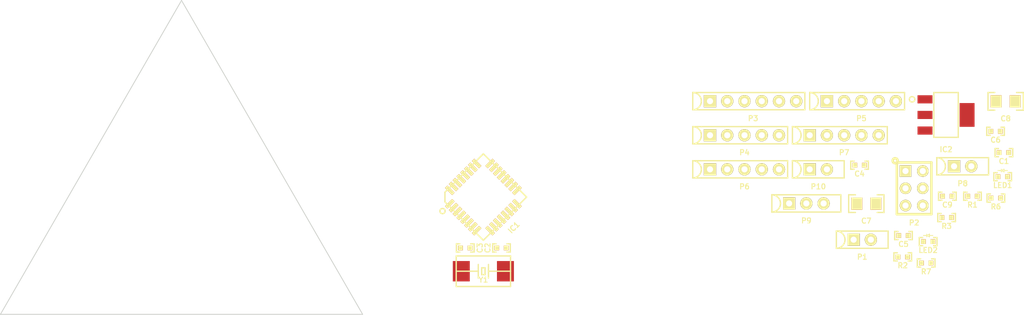
<source format=kicad_pcb>
(kicad_pcb (version 3) (host pcbnew "(2014-05-01 BZR 4839)-product")

  (general
    (links 79)
    (no_connects 79)
    (area 115.166627 93.98 202.232686 123.255601)
    (thickness 1.6)
    (drawings 3)
    (tracks 0)
    (zones 0)
    (modules 29)
    (nets 33)
  )

  (page A4)
  (layers
    (15 F.Cu signal)
    (0 B.Cu signal)
    (16 B.Adhes user)
    (17 F.Adhes user)
    (18 B.Paste user)
    (19 F.Paste user)
    (20 B.SilkS user)
    (21 F.SilkS user)
    (22 B.Mask user)
    (23 F.Mask user)
    (24 Dwgs.User user)
    (25 Cmts.User user)
    (26 Eco1.User user)
    (27 Eco2.User user)
    (28 Edge.Cuts user)
  )

  (setup
    (last_trace_width 0.254)
    (trace_clearance 0.254)
    (zone_clearance 0.508)
    (zone_45_only no)
    (trace_min 0.254)
    (segment_width 0.2032)
    (edge_width 0.127)
    (via_size 0.889)
    (via_drill 0.635)
    (via_min_size 0.889)
    (via_min_drill 0.508)
    (uvia_size 0.508)
    (uvia_drill 0.127)
    (uvias_allowed no)
    (uvia_min_size 0.508)
    (uvia_min_drill 0.127)
    (pcb_text_width 0.254)
    (pcb_text_size 1.27 1.27)
    (mod_edge_width 0.2032)
    (mod_text_size 0.762 0.762)
    (mod_text_width 0.1524)
    (pad_size 2.5 3)
    (pad_drill 0)
    (pad_to_mask_clearance 0)
    (aux_axis_origin 0 0)
    (visible_elements FFFFF77F)
    (pcbplotparams
      (layerselection 3178497)
      (usegerberextensions true)
      (excludeedgelayer true)
      (linewidth 0.152400)
      (plotframeref false)
      (viasonmask false)
      (mode 1)
      (useauxorigin false)
      (hpglpennumber 1)
      (hpglpenspeed 20)
      (hpglpendiameter 15)
      (hpglpenoverlay 2)
      (psnegative false)
      (psa4output false)
      (plotreference true)
      (plotvalue true)
      (plotothertext true)
      (plotinvisibletext false)
      (padsonsilk false)
      (subtractmaskfromsilk false)
      (outputformat 1)
      (mirror false)
      (drillshape 1)
      (scaleselection 1)
      (outputdirectory ""))
  )

  (net 0 "")
  (net 1 VCC)
  (net 2 GND)
  (net 3 "Net-(C2-Pad2)")
  (net 4 "Net-(C3-Pad2)")
  (net 5 "Net-(C6-Pad2)")
  (net 6 /VIN)
  (net 7 /AVR_RST)
  (net 8 "Net-(C9-Pad2)")
  (net 9 /BUTTON_0)
  (net 10 /BUTTON_1)
  (net 11 /LEDSTACK0)
  (net 12 /LEDSTACK1)
  (net 13 /LEDSTACK2)
  (net 14 "Net-(IC1-Pad12)")
  (net 15 /WIFI_EN)
  (net 16 /WIFI_SS)
  (net 17 /AVR_MOSI)
  (net 18 /AVR_MISO)
  (net 19 /AVR_SCK)
  (net 20 /POT_1)
  (net 21 /POT_2)
  (net 22 /STACKSENSE0)
  (net 23 /STACKSENSE1)
  (net 24 /STACKSENSE2)
  (net 25 /ADC_C3)
  (net 26 /ADC_C4)
  (net 27 /POT_0)
  (net 28 /USART_RX)
  (net 29 /USART_TX)
  (net 30 /WIFI_IRQ)
  (net 31 "Net-(LED1-Pad1)")
  (net 32 "Net-(LED2-Pad1)")

  (net_class Default "This is the default net class."
    (clearance 0.254)
    (trace_width 0.254)
    (via_dia 0.889)
    (via_drill 0.635)
    (uvia_dia 0.508)
    (uvia_drill 0.127)
    (add_net /ADC_C3)
    (add_net /ADC_C4)
    (add_net /AVR_MISO)
    (add_net /AVR_MOSI)
    (add_net /AVR_RST)
    (add_net /AVR_SCK)
    (add_net /BUTTON_0)
    (add_net /BUTTON_1)
    (add_net /LEDSTACK0)
    (add_net /LEDSTACK1)
    (add_net /LEDSTACK2)
    (add_net /POT_0)
    (add_net /POT_1)
    (add_net /POT_2)
    (add_net /STACKSENSE0)
    (add_net /STACKSENSE1)
    (add_net /STACKSENSE2)
    (add_net /USART_RX)
    (add_net /USART_TX)
    (add_net /VIN)
    (add_net /WIFI_EN)
    (add_net /WIFI_IRQ)
    (add_net /WIFI_SS)
    (add_net GND)
    (add_net "Net-(C2-Pad2)")
    (add_net "Net-(C3-Pad2)")
    (add_net "Net-(C6-Pad2)")
    (add_net "Net-(C9-Pad2)")
    (add_net "Net-(IC1-Pad12)")
    (add_net "Net-(LED1-Pad1)")
    (add_net "Net-(LED2-Pad1)")
    (add_net VCC)
  )

  (module "passive-smd:0603(1608m)" (layer F.Cu) (tedit 5363D0A2) (tstamp 5363DC80)
    (at 198.578628 103.186)
    (path /530E2DE7)
    (solder_paste_margin -0.0254)
    (attr smd)
    (fp_text reference C1 (at 0 1.27) (layer F.SilkS)
      (effects (font (size 0.762 0.762) (thickness 0.1524)))
    )
    (fp_text value 0.1uF (at 0 0) (layer F.SilkS) hide
      (effects (font (size 0.762 0.762) (thickness 0.1524)))
    )
    (fp_line (start -1.3 0.6) (end -1.3 -0.6) (layer F.SilkS) (width 0.2032))
    (fp_line (start -1.3 -0.6) (end -0.8 -0.6) (layer F.SilkS) (width 0.2032))
    (fp_line (start -1.3 0.6) (end -0.8 0.6) (layer F.SilkS) (width 0.2032))
    (fp_line (start 1.3 -0.6) (end 1.3 0.6) (layer F.SilkS) (width 0.2032))
    (fp_line (start 1.3 0.6) (end 0.8 0.6) (layer F.SilkS) (width 0.2032))
    (fp_line (start 1.3 -0.6) (end 0.8 -0.6) (layer F.SilkS) (width 0.2032))
    (pad 1 smd rect (at -0.7 0) (size 0.7 0.7) (layers F.Cu F.Paste F.SilkS F.Mask)
      (net 1 VCC))
    (pad 2 smd rect (at 0.7 0) (size 0.7 0.7) (layers F.Cu F.Paste F.SilkS F.Mask)
      (net 2 GND))
  )

  (module "passive-smd:0603(1608m)" (layer F.Cu) (tedit 5363DC34) (tstamp 5363DC86)
    (at 124.587 117.221 180)
    (path /530E2B0B)
    (solder_paste_margin -0.0254)
    (attr smd)
    (fp_text reference C2 (at 2.032 0 270) (layer F.SilkS)
      (effects (font (size 0.762 0.762) (thickness 0.1524)))
    )
    (fp_text value 24pF (at 0 0 180) (layer F.SilkS) hide
      (effects (font (size 0.762 0.762) (thickness 0.1524)))
    )
    (fp_line (start -1.3 0.6) (end -1.3 -0.6) (layer F.SilkS) (width 0.2032))
    (fp_line (start -1.3 -0.6) (end -0.8 -0.6) (layer F.SilkS) (width 0.2032))
    (fp_line (start -1.3 0.6) (end -0.8 0.6) (layer F.SilkS) (width 0.2032))
    (fp_line (start 1.3 -0.6) (end 1.3 0.6) (layer F.SilkS) (width 0.2032))
    (fp_line (start 1.3 0.6) (end 0.8 0.6) (layer F.SilkS) (width 0.2032))
    (fp_line (start 1.3 -0.6) (end 0.8 -0.6) (layer F.SilkS) (width 0.2032))
    (pad 1 smd rect (at -0.7 0 180) (size 0.7 0.7) (layers F.Cu F.Paste F.SilkS F.Mask)
      (net 2 GND))
    (pad 2 smd rect (at 0.7 0 180) (size 0.7 0.7) (layers F.Cu F.Paste F.SilkS F.Mask)
      (net 3 "Net-(C2-Pad2)"))
  )

  (module "passive-smd:0603(1608m)" (layer F.Cu) (tedit 5363DC31) (tstamp 5363DC8C)
    (at 119.253 117.221)
    (path /5310D0FE)
    (solder_paste_margin -0.0254)
    (attr smd)
    (fp_text reference C3 (at 2.159 0 90) (layer F.SilkS)
      (effects (font (size 0.762 0.762) (thickness 0.1524)))
    )
    (fp_text value 24pF (at 0 0) (layer F.SilkS) hide
      (effects (font (size 0.762 0.762) (thickness 0.1524)))
    )
    (fp_line (start -1.3 0.6) (end -1.3 -0.6) (layer F.SilkS) (width 0.2032))
    (fp_line (start -1.3 -0.6) (end -0.8 -0.6) (layer F.SilkS) (width 0.2032))
    (fp_line (start -1.3 0.6) (end -0.8 0.6) (layer F.SilkS) (width 0.2032))
    (fp_line (start 1.3 -0.6) (end 1.3 0.6) (layer F.SilkS) (width 0.2032))
    (fp_line (start 1.3 0.6) (end 0.8 0.6) (layer F.SilkS) (width 0.2032))
    (fp_line (start 1.3 -0.6) (end 0.8 -0.6) (layer F.SilkS) (width 0.2032))
    (pad 1 smd rect (at -0.7 0) (size 0.7 0.7) (layers F.Cu F.Paste F.SilkS F.Mask)
      (net 2 GND))
    (pad 2 smd rect (at 0.7 0) (size 0.7 0.7) (layers F.Cu F.Paste F.SilkS F.Mask)
      (net 4 "Net-(C3-Pad2)"))
  )

  (module "passive-smd:0603(1608m)" (layer F.Cu) (tedit 5363D0A2) (tstamp 5363DC92)
    (at 177.318628 105.036)
    (path /530E2DFB)
    (solder_paste_margin -0.0254)
    (attr smd)
    (fp_text reference C4 (at 0 1.27) (layer F.SilkS)
      (effects (font (size 0.762 0.762) (thickness 0.1524)))
    )
    (fp_text value 0.1uF (at 0 0) (layer F.SilkS) hide
      (effects (font (size 0.762 0.762) (thickness 0.1524)))
    )
    (fp_line (start -1.3 0.6) (end -1.3 -0.6) (layer F.SilkS) (width 0.2032))
    (fp_line (start -1.3 -0.6) (end -0.8 -0.6) (layer F.SilkS) (width 0.2032))
    (fp_line (start -1.3 0.6) (end -0.8 0.6) (layer F.SilkS) (width 0.2032))
    (fp_line (start 1.3 -0.6) (end 1.3 0.6) (layer F.SilkS) (width 0.2032))
    (fp_line (start 1.3 0.6) (end 0.8 0.6) (layer F.SilkS) (width 0.2032))
    (fp_line (start 1.3 -0.6) (end 0.8 -0.6) (layer F.SilkS) (width 0.2032))
    (pad 1 smd rect (at -0.7 0) (size 0.7 0.7) (layers F.Cu F.Paste F.SilkS F.Mask)
      (net 1 VCC))
    (pad 2 smd rect (at 0.7 0) (size 0.7 0.7) (layers F.Cu F.Paste F.SilkS F.Mask)
      (net 2 GND))
  )

  (module "passive-smd:0603(1608m)" (layer F.Cu) (tedit 5363D0A2) (tstamp 5363DC98)
    (at 183.788628 115.396)
    (path /530E2E0F)
    (solder_paste_margin -0.0254)
    (attr smd)
    (fp_text reference C5 (at 0 1.27) (layer F.SilkS)
      (effects (font (size 0.762 0.762) (thickness 0.1524)))
    )
    (fp_text value 0.1uF (at 0 0) (layer F.SilkS) hide
      (effects (font (size 0.762 0.762) (thickness 0.1524)))
    )
    (fp_line (start -1.3 0.6) (end -1.3 -0.6) (layer F.SilkS) (width 0.2032))
    (fp_line (start -1.3 -0.6) (end -0.8 -0.6) (layer F.SilkS) (width 0.2032))
    (fp_line (start -1.3 0.6) (end -0.8 0.6) (layer F.SilkS) (width 0.2032))
    (fp_line (start 1.3 -0.6) (end 1.3 0.6) (layer F.SilkS) (width 0.2032))
    (fp_line (start 1.3 0.6) (end 0.8 0.6) (layer F.SilkS) (width 0.2032))
    (fp_line (start 1.3 -0.6) (end 0.8 -0.6) (layer F.SilkS) (width 0.2032))
    (pad 1 smd rect (at -0.7 0) (size 0.7 0.7) (layers F.Cu F.Paste F.SilkS F.Mask)
      (net 1 VCC))
    (pad 2 smd rect (at 0.7 0) (size 0.7 0.7) (layers F.Cu F.Paste F.SilkS F.Mask)
      (net 2 GND))
  )

  (module "passive-smd:0603(1608m)" (layer F.Cu) (tedit 5363D0A2) (tstamp 5363DC9E)
    (at 197.348628 100.046)
    (path /530E2C15)
    (solder_paste_margin -0.0254)
    (attr smd)
    (fp_text reference C6 (at 0 1.27) (layer F.SilkS)
      (effects (font (size 0.762 0.762) (thickness 0.1524)))
    )
    (fp_text value 0.1uF (at 0 0) (layer F.SilkS) hide
      (effects (font (size 0.762 0.762) (thickness 0.1524)))
    )
    (fp_line (start -1.3 0.6) (end -1.3 -0.6) (layer F.SilkS) (width 0.2032))
    (fp_line (start -1.3 -0.6) (end -0.8 -0.6) (layer F.SilkS) (width 0.2032))
    (fp_line (start -1.3 0.6) (end -0.8 0.6) (layer F.SilkS) (width 0.2032))
    (fp_line (start 1.3 -0.6) (end 1.3 0.6) (layer F.SilkS) (width 0.2032))
    (fp_line (start 1.3 0.6) (end 0.8 0.6) (layer F.SilkS) (width 0.2032))
    (fp_line (start 1.3 -0.6) (end 0.8 -0.6) (layer F.SilkS) (width 0.2032))
    (pad 1 smd rect (at -0.7 0) (size 0.7 0.7) (layers F.Cu F.Paste F.SilkS F.Mask)
      (net 2 GND))
    (pad 2 smd rect (at 0.7 0) (size 0.7 0.7) (layers F.Cu F.Paste F.SilkS F.Mask)
      (net 5 "Net-(C6-Pad2)"))
  )

  (module "passive-smd:1206(3216m)" (layer F.Cu) (tedit 5363D0A2) (tstamp 5363DCA4)
    (at 178.316343 110.695601)
    (path /530E44C1)
    (solder_paste_margin -0.0762)
    (attr smd)
    (fp_text reference C7 (at 0 2.54) (layer F.SilkS)
      (effects (font (size 0.762 0.762) (thickness 0.1524)))
    )
    (fp_text value "DNP(10uF)" (at 0 0) (layer F.SilkS) hide
      (effects (font (size 0.762 0.762) (thickness 0.1524)))
    )
    (fp_line (start -2.6 1.3) (end -2.6 -1.3) (layer F.SilkS) (width 0.2032))
    (fp_line (start -2.6 -1.3) (end -1.6 -1.3) (layer F.SilkS) (width 0.2032))
    (fp_line (start -2.6 1.3) (end -1.6 1.3) (layer F.SilkS) (width 0.2032))
    (fp_line (start 2.6 -1.3) (end 2.6 1.3) (layer F.SilkS) (width 0.2032))
    (fp_line (start 2.6 1.3) (end 1.6 1.3) (layer F.SilkS) (width 0.2032))
    (fp_line (start 2.6 -1.3) (end 1.6 -1.3) (layer F.SilkS) (width 0.2032))
    (pad 1 smd rect (at -1.4 0) (size 1.6 1.8) (layers F.Cu F.Paste F.SilkS F.Mask)
      (net 6 /VIN))
    (pad 2 smd rect (at 1.4 0) (size 1.6 1.8) (layers F.Cu F.Paste F.SilkS F.Mask)
      (net 2 GND))
  )

  (module "passive-smd:1206(3216m)" (layer F.Cu) (tedit 5363D0A2) (tstamp 5363DCAA)
    (at 198.836343 95.635601)
    (path /530E44E9)
    (solder_paste_margin -0.0762)
    (attr smd)
    (fp_text reference C8 (at 0 2.54) (layer F.SilkS)
      (effects (font (size 0.762 0.762) (thickness 0.1524)))
    )
    (fp_text value "DNP(22uF)" (at 0 0) (layer F.SilkS) hide
      (effects (font (size 0.762 0.762) (thickness 0.1524)))
    )
    (fp_line (start -2.6 1.3) (end -2.6 -1.3) (layer F.SilkS) (width 0.2032))
    (fp_line (start -2.6 -1.3) (end -1.6 -1.3) (layer F.SilkS) (width 0.2032))
    (fp_line (start -2.6 1.3) (end -1.6 1.3) (layer F.SilkS) (width 0.2032))
    (fp_line (start 2.6 -1.3) (end 2.6 1.3) (layer F.SilkS) (width 0.2032))
    (fp_line (start 2.6 1.3) (end 1.6 1.3) (layer F.SilkS) (width 0.2032))
    (fp_line (start 2.6 -1.3) (end 1.6 -1.3) (layer F.SilkS) (width 0.2032))
    (pad 1 smd rect (at -1.4 0) (size 1.6 1.8) (layers F.Cu F.Paste F.SilkS F.Mask)
      (net 1 VCC))
    (pad 2 smd rect (at 1.4 0) (size 1.6 1.8) (layers F.Cu F.Paste F.SilkS F.Mask)
      (net 2 GND))
  )

  (module "passive-smd:0603(1608m)" (layer F.Cu) (tedit 5363D0A2) (tstamp 5363DCB0)
    (at 190.248628 109.606)
    (path /530E333B)
    (solder_paste_margin -0.0254)
    (attr smd)
    (fp_text reference C9 (at 0 1.27) (layer F.SilkS)
      (effects (font (size 0.762 0.762) (thickness 0.1524)))
    )
    (fp_text value 0.1uF (at 0 0) (layer F.SilkS) hide
      (effects (font (size 0.762 0.762) (thickness 0.1524)))
    )
    (fp_line (start -1.3 0.6) (end -1.3 -0.6) (layer F.SilkS) (width 0.2032))
    (fp_line (start -1.3 -0.6) (end -0.8 -0.6) (layer F.SilkS) (width 0.2032))
    (fp_line (start -1.3 0.6) (end -0.8 0.6) (layer F.SilkS) (width 0.2032))
    (fp_line (start 1.3 -0.6) (end 1.3 0.6) (layer F.SilkS) (width 0.2032))
    (fp_line (start 1.3 0.6) (end 0.8 0.6) (layer F.SilkS) (width 0.2032))
    (fp_line (start 1.3 -0.6) (end 0.8 -0.6) (layer F.SilkS) (width 0.2032))
    (pad 1 smd rect (at -0.7 0) (size 0.7 0.7) (layers F.Cu F.Paste F.SilkS F.Mask)
      (net 7 /AVR_RST))
    (pad 2 smd rect (at 0.7 0) (size 0.7 0.7) (layers F.Cu F.Paste F.SilkS F.Mask)
      (net 8 "Net-(C9-Pad2)"))
  )

  (module qfp:TQFP32_P0.8mm (layer F.Cu) (tedit 5363D0A2) (tstamp 5363DCD4)
    (at 121.92 109.728 45)
    (tags "QFP TQFP 32")
    (path /530E2A6B)
    (solder_paste_margin -0.127)
    (fp_text reference IC1 (at 0 6.35 45) (layer F.SilkS)
      (effects (font (size 0.762 0.762) (thickness 0.1524)))
    )
    (fp_text value ATMEGA328P (at 0 0 45) (layer F.SilkS) hide
      (effects (font (size 0.762 0.762) (thickness 0.1524)))
    )
    (fp_circle (center -5.715 -2.794) (end -5.334 -2.794) (layer F.SilkS) (width 0.2032))
    (fp_line (start -4.50088 -3.50012) (end -3.50012 -4.50088) (layer F.SilkS) (width 0.2032))
    (fp_line (start -3.50012 -4.50088) (end 4.50088 -4.50088) (layer F.SilkS) (width 0.2032))
    (fp_line (start 4.50088 -4.50088) (end 4.50088 4.50088) (layer F.SilkS) (width 0.2032))
    (fp_line (start 4.50088 4.50088) (end -4.50088 4.50088) (layer F.SilkS) (width 0.2032))
    (fp_line (start -4.50088 4.50088) (end -4.50088 -3.50012) (layer F.SilkS) (width 0.2032))
    (pad 1 smd rect (at -4.20116 -2.79908 45) (size 1.50114 0.50038) (layers F.Cu F.Paste F.SilkS F.Mask)
      (net 9 /BUTTON_0))
    (pad 2 smd rect (at -4.20116 -1.99898 45) (size 1.50114 0.50038) (layers F.Cu F.Paste F.SilkS F.Mask)
      (net 10 /BUTTON_1))
    (pad 3 smd rect (at -4.20116 -1.19888 45) (size 1.50114 0.50038) (layers F.Cu F.Paste F.SilkS F.Mask)
      (net 2 GND))
    (pad 4 smd rect (at -4.20116 -0.39878 45) (size 1.50114 0.50038) (layers F.Cu F.Paste F.SilkS F.Mask)
      (net 1 VCC))
    (pad 5 smd rect (at -4.20116 0.39878 45) (size 1.50114 0.50038) (layers F.Cu F.Paste F.SilkS F.Mask)
      (net 2 GND))
    (pad 6 smd rect (at -4.20116 1.19888 45) (size 1.50114 0.50038) (layers F.Cu F.Paste F.SilkS F.Mask)
      (net 1 VCC))
    (pad 7 smd rect (at -4.20116 1.99898 45) (size 1.50114 0.50038) (layers F.Cu F.Paste F.SilkS F.Mask)
      (net 4 "Net-(C3-Pad2)"))
    (pad 8 smd rect (at -4.20116 2.79908 45) (size 1.50114 0.50038) (layers F.Cu F.Paste F.SilkS F.Mask)
      (net 3 "Net-(C2-Pad2)"))
    (pad 9 smd rect (at -2.79908 4.20116 135) (size 1.50114 0.50038) (layers F.Cu F.Paste F.SilkS F.Mask)
      (net 11 /LEDSTACK0))
    (pad 10 smd rect (at -1.99898 4.20116 135) (size 1.50114 0.50038) (layers F.Cu F.Paste F.SilkS F.Mask)
      (net 12 /LEDSTACK1))
    (pad 11 smd rect (at -1.19888 4.20116 135) (size 1.50114 0.50038) (layers F.Cu F.Paste F.SilkS F.Mask)
      (net 13 /LEDSTACK2))
    (pad 12 smd rect (at -0.39878 4.20116 135) (size 1.50114 0.50038) (layers F.Cu F.Paste F.SilkS F.Mask)
      (net 14 "Net-(IC1-Pad12)"))
    (pad 13 smd rect (at 0.39878 4.20116 135) (size 1.50114 0.50038) (layers F.Cu F.Paste F.SilkS F.Mask)
      (net 15 /WIFI_EN))
    (pad 14 smd rect (at 1.19888 4.20116 135) (size 1.50114 0.50038) (layers F.Cu F.Paste F.SilkS F.Mask)
      (net 16 /WIFI_SS))
    (pad 15 smd rect (at 1.99898 4.20116 135) (size 1.50114 0.50038) (layers F.Cu F.Paste F.SilkS F.Mask)
      (net 17 /AVR_MOSI))
    (pad 16 smd rect (at 2.79908 4.20116 135) (size 1.50114 0.50038) (layers F.Cu F.Paste F.SilkS F.Mask)
      (net 18 /AVR_MISO))
    (pad 17 smd rect (at 4.20116 2.79908 225) (size 1.50114 0.50038) (layers F.Cu F.Paste F.SilkS F.Mask)
      (net 19 /AVR_SCK))
    (pad 18 smd rect (at 4.20116 1.99898 225) (size 1.50114 0.50038) (layers F.Cu F.Paste F.SilkS F.Mask)
      (net 1 VCC))
    (pad 19 smd rect (at 4.20116 1.19888 225) (size 1.50114 0.50038) (layers F.Cu F.Paste F.SilkS F.Mask)
      (net 20 /POT_1))
    (pad 20 smd rect (at 4.20116 0.39878 225) (size 1.50114 0.50038) (layers F.Cu F.Paste F.SilkS F.Mask)
      (net 5 "Net-(C6-Pad2)"))
    (pad 21 smd rect (at 4.20116 -0.39878 225) (size 1.50114 0.50038) (layers F.Cu F.Paste F.SilkS F.Mask)
      (net 2 GND))
    (pad 22 smd rect (at 4.20116 -1.19888 225) (size 1.50114 0.50038) (layers F.Cu F.Paste F.SilkS F.Mask)
      (net 21 /POT_2))
    (pad 23 smd rect (at 4.20116 -1.99898 225) (size 1.50114 0.50038) (layers F.Cu F.Paste F.SilkS F.Mask)
      (net 22 /STACKSENSE0))
    (pad 24 smd rect (at 4.20116 -2.79908 225) (size 1.50114 0.50038) (layers F.Cu F.Paste F.SilkS F.Mask)
      (net 23 /STACKSENSE1))
    (pad 25 smd rect (at 2.79908 -4.20116 315) (size 1.50114 0.50038) (layers F.Cu F.Paste F.SilkS F.Mask)
      (net 24 /STACKSENSE2))
    (pad 26 smd rect (at 1.99898 -4.20116 315) (size 1.50114 0.50038) (layers F.Cu F.Paste F.SilkS F.Mask)
      (net 25 /ADC_C3))
    (pad 27 smd rect (at 1.19888 -4.20116 315) (size 1.50114 0.50038) (layers F.Cu F.Paste F.SilkS F.Mask)
      (net 26 /ADC_C4))
    (pad 28 smd rect (at 0.39878 -4.20116 315) (size 1.50114 0.50038) (layers F.Cu F.Paste F.SilkS F.Mask)
      (net 27 /POT_0))
    (pad 29 smd rect (at -0.39878 -4.20116 315) (size 1.50114 0.50038) (layers F.Cu F.Paste F.SilkS F.Mask)
      (net 7 /AVR_RST))
    (pad 30 smd rect (at -1.19888 -4.20116 315) (size 1.50114 0.50038) (layers F.Cu F.Paste F.SilkS F.Mask)
      (net 28 /USART_RX))
    (pad 31 smd rect (at -1.99898 -4.20116 315) (size 1.50114 0.50038) (layers F.Cu F.Paste F.SilkS F.Mask)
      (net 29 /USART_TX))
    (pad 32 smd rect (at -2.79908 -4.20116 315) (size 1.50114 0.50038) (layers F.Cu F.Paste F.SilkS F.Mask)
      (net 30 /WIFI_IRQ))
  )

  (module sot:SOT223 (layer F.Cu) (tedit 5363D0A2) (tstamp 5363DCDC)
    (at 190.055601 97.635601)
    (path /530E4152)
    (solder_paste_margin -0.0762)
    (attr smd)
    (fp_text reference IC2 (at 0 5.08) (layer F.SilkS)
      (effects (font (size 0.762 0.762) (thickness 0.1524)))
    )
    (fp_text value "DNP(LM1117_3.3)" (at 0 0) (layer F.SilkS) hide
      (effects (font (size 0.762 0.762) (thickness 0.1524)))
    )
    (fp_circle (center -5 -2.3) (end -4.6 -2.3) (layer F.SilkS) (width 0.2032))
    (fp_line (start -1.8 -3.3) (end 1.8 -3.3) (layer F.SilkS) (width 0.2032))
    (fp_line (start 1.8 -3.3) (end 1.8 3.3) (layer F.SilkS) (width 0.2032))
    (fp_line (start 1.8 3.3) (end -1.8 3.3) (layer F.SilkS) (width 0.2032))
    (fp_line (start -1.8 3.3) (end -1.8 -3.3) (layer F.SilkS) (width 0.2032))
    (pad 1 smd rect (at -3.1 -2.3) (size 2.2 1.2) (layers F.Cu F.Paste F.Mask)
      (net 2 GND))
    (pad 2 smd rect (at -3.1 0) (size 2.2 1.2) (layers F.Cu F.Paste F.Mask)
      (net 1 VCC))
    (pad 3 smd rect (at -3.1 2.3) (size 2.2 1.2) (layers F.Cu F.Paste F.Mask)
      (net 6 /VIN))
    (pad 0 smd rect (at 3.1 0) (size 2.2 3.5) (layers F.Cu F.Paste F.Mask)
      (net 1 VCC))
  )

  (module "led:0603(1608m)-SM-LED" (layer F.Cu) (tedit 5363D0A3) (tstamp 5363DCE2)
    (at 198.3972 106.727501)
    (path /5310FF26)
    (solder_paste_margin -0.0254)
    (attr smd)
    (fp_text reference LED1 (at 0 1.27) (layer F.SilkS)
      (effects (font (size 0.762 0.762) (thickness 0.1524)))
    )
    (fp_text value RED (at 0 0) (layer F.SilkS) hide
      (effects (font (size 0.762 0.762) (thickness 0.1524)))
    )
    (fp_line (start -0.2 -0.9) (end -0.7 -0.9) (layer F.SilkS) (width 0.127))
    (fp_line (start 0.2 -0.9) (end 0.7 -0.9) (layer F.SilkS) (width 0.127))
    (fp_line (start -0.2 -0.9) (end 0.2 -1.1) (layer F.SilkS) (width 0.127))
    (fp_line (start 0.2 -1.1) (end 0.2 -0.7) (layer F.SilkS) (width 0.127))
    (fp_line (start 0.2 -0.7) (end -0.2 -0.9) (layer F.SilkS) (width 0.127))
    (fp_line (start -0.2 -0.7) (end -0.2 -1.1) (layer F.SilkS) (width 0.127))
    (fp_line (start -1.3 0.6) (end -1.3 -0.6) (layer F.SilkS) (width 0.2))
    (fp_line (start -1.3 -0.6) (end -0.8 -0.6) (layer F.SilkS) (width 0.2))
    (fp_line (start -1.3 0.6) (end -0.8 0.6) (layer F.SilkS) (width 0.2))
    (fp_line (start 1.3 -0.6) (end 1.3 0.6) (layer F.SilkS) (width 0.2))
    (fp_line (start 1.3 0.6) (end 0.8 0.6) (layer F.SilkS) (width 0.2))
    (fp_line (start 1.3 -0.6) (end 0.8 -0.6) (layer F.SilkS) (width 0.2))
    (pad 1 smd rect (at -0.7 0) (size 0.7 0.7) (layers F.Cu F.Paste F.SilkS F.Mask)
      (net 31 "Net-(LED1-Pad1)"))
    (pad 2 smd rect (at 0.7 0) (size 0.7 0.7) (layers F.Cu F.Paste F.SilkS F.Mask)
      (net 1 VCC))
  )

  (module "led:0603(1608m)-SM-LED" (layer F.Cu) (tedit 5363D0A3) (tstamp 5363DCE8)
    (at 187.4172 116.287501)
    (path /53110110)
    (solder_paste_margin -0.0254)
    (attr smd)
    (fp_text reference LED2 (at 0 1.27) (layer F.SilkS)
      (effects (font (size 0.762 0.762) (thickness 0.1524)))
    )
    (fp_text value RED (at 0 0) (layer F.SilkS) hide
      (effects (font (size 0.762 0.762) (thickness 0.1524)))
    )
    (fp_line (start -0.2 -0.9) (end -0.7 -0.9) (layer F.SilkS) (width 0.127))
    (fp_line (start 0.2 -0.9) (end 0.7 -0.9) (layer F.SilkS) (width 0.127))
    (fp_line (start -0.2 -0.9) (end 0.2 -1.1) (layer F.SilkS) (width 0.127))
    (fp_line (start 0.2 -1.1) (end 0.2 -0.7) (layer F.SilkS) (width 0.127))
    (fp_line (start 0.2 -0.7) (end -0.2 -0.9) (layer F.SilkS) (width 0.127))
    (fp_line (start -0.2 -0.7) (end -0.2 -1.1) (layer F.SilkS) (width 0.127))
    (fp_line (start -1.3 0.6) (end -1.3 -0.6) (layer F.SilkS) (width 0.2))
    (fp_line (start -1.3 -0.6) (end -0.8 -0.6) (layer F.SilkS) (width 0.2))
    (fp_line (start -1.3 0.6) (end -0.8 0.6) (layer F.SilkS) (width 0.2))
    (fp_line (start 1.3 -0.6) (end 1.3 0.6) (layer F.SilkS) (width 0.2))
    (fp_line (start 1.3 0.6) (end 0.8 0.6) (layer F.SilkS) (width 0.2))
    (fp_line (start 1.3 -0.6) (end 0.8 -0.6) (layer F.SilkS) (width 0.2))
    (pad 1 smd rect (at -0.7 0) (size 0.7 0.7) (layers F.Cu F.Paste F.SilkS F.Mask)
      (net 32 "Net-(LED2-Pad1)"))
    (pad 2 smd rect (at 0.7 0) (size 0.7 0.7) (layers F.Cu F.Paste F.SilkS F.Mask)
      (net 1 VCC))
  )

  (module sip:SIP2 (layer F.Cu) (tedit 5363D0A2) (tstamp 5363DCEE)
    (at 177.715601 116.005601)
    (path /530E35EB)
    (fp_text reference P1 (at 0 2.54) (layer F.SilkS)
      (effects (font (size 0.762 0.762) (thickness 0.1524)))
    )
    (fp_text value VLED_IN (at 0 0) (layer F.SilkS) hide
      (effects (font (size 0.762 0.762) (thickness 0.1524)))
    )
    (fp_line (start -3.81 1.27) (end 3.81 1.27) (layer F.SilkS) (width 0.2032))
    (fp_line (start 3.81 -1.27) (end -3.81 -1.27) (layer F.SilkS) (width 0.2032))
    (fp_line (start 3.81 -1.27) (end 3.81 1.27) (layer F.SilkS) (width 0.2032))
    (fp_arc (start -3.81 0) (end -3.81 -1.27) (angle 90) (layer F.SilkS) (width 0.2032))
    (fp_arc (start -3.81 0) (end -2.54 0) (angle 90) (layer F.SilkS) (width 0.2032))
    (fp_line (start -3.81 -1.27) (end -3.81 1.27) (layer F.SilkS) (width 0.2032))
    (pad 1 thru_hole rect (at -1.27 0) (size 1.8 1.8) (drill 0.9) (layers *.Cu *.Mask F.SilkS)
      (net 6 /VIN))
    (pad 2 thru_hole circle (at 1.27 0) (size 1.8 1.8) (drill 0.9) (layers *.Cu *.Mask F.SilkS)
      (net 2 GND))
  )

  (module connect-thru:2x3-ARRAY_P100mil (layer F.Cu) (tedit 5363D0A2) (tstamp 5363DCF8)
    (at 185.357711 108.437711)
    (path /530E2A7F)
    (fp_text reference P2 (at 0 5.08) (layer F.SilkS)
      (effects (font (size 0.762 0.762) (thickness 0.1524)))
    )
    (fp_text value AVR_ISP (at 0 0) (layer F.SilkS) hide
      (effects (font (size 0.762 0.762) (thickness 0.1524)))
    )
    (fp_circle (center -2.794 -4.064) (end -2.54 -3.81) (layer F.SilkS) (width 0.381))
    (fp_line (start 2.54 -3.81) (end -2.54 -3.81) (layer F.SilkS) (width 0.381))
    (fp_line (start -2.54 -3.81) (end -2.54 3.81) (layer F.SilkS) (width 0.381))
    (fp_line (start -2.54 3.81) (end 2.54 3.81) (layer F.SilkS) (width 0.381))
    (fp_line (start 2.54 3.81) (end 2.54 -3.81) (layer F.SilkS) (width 0.381))
    (pad 1 thru_hole rect (at -1.27 -2.54) (size 1.7 1.7) (drill 0.9) (layers *.Cu *.Mask F.SilkS)
      (net 18 /AVR_MISO))
    (pad 2 thru_hole circle (at 1.27 -2.54) (size 1.7 1.7) (drill 0.9) (layers *.Cu *.Mask F.SilkS)
      (net 1 VCC))
    (pad 3 thru_hole circle (at -1.27 0) (size 1.7 1.7) (drill 0.9) (layers *.Cu *.Mask F.SilkS)
      (net 19 /AVR_SCK))
    (pad 4 thru_hole circle (at 1.27 0) (size 1.7 1.7) (drill 0.9) (layers *.Cu *.Mask F.SilkS)
      (net 17 /AVR_MOSI))
    (pad 5 thru_hole circle (at -1.27 2.54) (size 1.7 1.7) (drill 0.9) (layers *.Cu *.Mask F.SilkS)
      (net 7 /AVR_RST))
    (pad 6 thru_hole circle (at 1.27 2.54) (size 1.7 1.7) (drill 0.9) (layers *.Cu *.Mask F.SilkS)
      (net 2 GND))
  )

  (module sip:SIP6 (layer F.Cu) (tedit 5363D0A2) (tstamp 5363DD02)
    (at 161.645601 95.605601)
    (path /530E2A93)
    (fp_text reference P3 (at 0 2.54) (layer F.SilkS)
      (effects (font (size 0.762 0.762) (thickness 0.1524)))
    )
    (fp_text value SERIAL (at 0 0) (layer F.SilkS) hide
      (effects (font (size 0.762 0.762) (thickness 0.1524)))
    )
    (fp_line (start 7.62 -1.27) (end -8.89 -1.27) (layer F.SilkS) (width 0.2032))
    (fp_line (start -8.89 1.27) (end 7.62 1.27) (layer F.SilkS) (width 0.2032))
    (fp_line (start 7.62 -1.27) (end 7.62 1.27) (layer F.SilkS) (width 0.2032))
    (fp_arc (start -8.89 0) (end -8.89 -1.27) (angle 90) (layer F.SilkS) (width 0.2032))
    (fp_arc (start -8.89 0) (end -7.62 0) (angle 90) (layer F.SilkS) (width 0.2032))
    (fp_line (start -8.89 -1.27) (end -8.89 1.27) (layer F.SilkS) (width 0.2032))
    (pad 1 thru_hole rect (at -6.35 0) (size 1.8 1.8) (drill 0.9) (layers *.Cu *.Mask F.SilkS)
      (net 2 GND))
    (pad 2 thru_hole circle (at -3.81 0) (size 1.8 1.8) (drill 0.9) (layers *.Cu *.Mask F.SilkS)
      (net 2 GND))
    (pad 3 thru_hole circle (at -1.27 0) (size 1.8 1.8) (drill 0.9) (layers *.Cu *.Mask F.SilkS)
      (net 1 VCC))
    (pad 5 thru_hole circle (at 3.81 0) (size 1.8 1.8) (drill 0.9) (layers *.Cu *.Mask F.SilkS)
      (net 29 /USART_TX))
    (pad 6 thru_hole circle (at 6.35 0) (size 1.8 1.8) (drill 0.9) (layers *.Cu *.Mask F.SilkS)
      (net 8 "Net-(C9-Pad2)"))
    (pad 4 thru_hole circle (at 1.27 0) (size 1.8 1.8) (drill 0.9) (layers *.Cu *.Mask F.SilkS)
      (net 28 /USART_RX))
  )

  (module sip:SIP5 (layer F.Cu) (tedit 5363D0A2) (tstamp 5363DD0B)
    (at 160.375601 100.625601)
    (path /530E7494)
    (fp_text reference P4 (at 0 2.54) (layer F.SilkS)
      (effects (font (size 0.762 0.762) (thickness 0.1524)))
    )
    (fp_text value LEDSTACK (at 0 0) (layer F.SilkS) hide
      (effects (font (size 0.762 0.762) (thickness 0.1524)))
    )
    (fp_line (start -6.35 1.27) (end -7.62 1.27) (layer F.SilkS) (width 0.2032))
    (fp_line (start -6.35 -1.27) (end -7.62 -1.27) (layer F.SilkS) (width 0.2032))
    (fp_line (start -6.35 -1.27) (end 6.35 -1.27) (layer F.SilkS) (width 0.2032))
    (fp_line (start 6.35 -1.27) (end 6.35 1.27) (layer F.SilkS) (width 0.2032))
    (fp_line (start 6.35 1.27) (end -6.35 1.27) (layer F.SilkS) (width 0.2032))
    (fp_arc (start -7.62 0) (end -7.62 -1.27) (angle 90) (layer F.SilkS) (width 0.2032))
    (fp_arc (start -7.62 0) (end -6.35 0) (angle 90) (layer F.SilkS) (width 0.2032))
    (fp_line (start -7.62 -1.27) (end -7.62 1.27) (layer F.SilkS) (width 0.2032))
    (pad 1 thru_hole rect (at -5.08 0) (size 1.8 1.8) (drill 0.9) (layers *.Cu *.Mask F.SilkS)
      (net 6 /VIN))
    (pad 2 thru_hole circle (at -2.54 0) (size 1.8 1.8) (drill 0.9) (layers *.Cu *.Mask F.SilkS)
      (net 1 VCC))
    (pad 3 thru_hole circle (at 0 0) (size 1.8 1.8) (drill 0.9) (layers *.Cu *.Mask F.SilkS)
      (net 2 GND))
    (pad 5 thru_hole circle (at 5.08 0) (size 1.8 1.8) (drill 0.9) (layers *.Cu *.Mask F.SilkS)
      (net 22 /STACKSENSE0))
    (pad 4 thru_hole circle (at 2.54 0) (size 1.8 1.8) (drill 0.9) (layers *.Cu *.Mask F.SilkS)
      (net 11 /LEDSTACK0))
  )

  (module sip:SIP5 (layer F.Cu) (tedit 5363D0A2) (tstamp 5363DD14)
    (at 177.595601 95.605601)
    (path /530E7712)
    (fp_text reference P5 (at 0 2.54) (layer F.SilkS)
      (effects (font (size 0.762 0.762) (thickness 0.1524)))
    )
    (fp_text value LEDSTACK (at 0 0) (layer F.SilkS) hide
      (effects (font (size 0.762 0.762) (thickness 0.1524)))
    )
    (fp_line (start -6.35 1.27) (end -7.62 1.27) (layer F.SilkS) (width 0.2032))
    (fp_line (start -6.35 -1.27) (end -7.62 -1.27) (layer F.SilkS) (width 0.2032))
    (fp_line (start -6.35 -1.27) (end 6.35 -1.27) (layer F.SilkS) (width 0.2032))
    (fp_line (start 6.35 -1.27) (end 6.35 1.27) (layer F.SilkS) (width 0.2032))
    (fp_line (start 6.35 1.27) (end -6.35 1.27) (layer F.SilkS) (width 0.2032))
    (fp_arc (start -7.62 0) (end -7.62 -1.27) (angle 90) (layer F.SilkS) (width 0.2032))
    (fp_arc (start -7.62 0) (end -6.35 0) (angle 90) (layer F.SilkS) (width 0.2032))
    (fp_line (start -7.62 -1.27) (end -7.62 1.27) (layer F.SilkS) (width 0.2032))
    (pad 1 thru_hole rect (at -5.08 0) (size 1.8 1.8) (drill 0.9) (layers *.Cu *.Mask F.SilkS)
      (net 6 /VIN))
    (pad 2 thru_hole circle (at -2.54 0) (size 1.8 1.8) (drill 0.9) (layers *.Cu *.Mask F.SilkS)
      (net 1 VCC))
    (pad 3 thru_hole circle (at 0 0) (size 1.8 1.8) (drill 0.9) (layers *.Cu *.Mask F.SilkS)
      (net 2 GND))
    (pad 5 thru_hole circle (at 5.08 0) (size 1.8 1.8) (drill 0.9) (layers *.Cu *.Mask F.SilkS)
      (net 23 /STACKSENSE1))
    (pad 4 thru_hole circle (at 2.54 0) (size 1.8 1.8) (drill 0.9) (layers *.Cu *.Mask F.SilkS)
      (net 12 /LEDSTACK1))
  )

  (module sip:SIP5 (layer F.Cu) (tedit 5363D0A2) (tstamp 5363DD1D)
    (at 160.375601 105.645601)
    (path /530E775C)
    (fp_text reference P6 (at 0 2.54) (layer F.SilkS)
      (effects (font (size 0.762 0.762) (thickness 0.1524)))
    )
    (fp_text value LEDSTACK (at 0 0) (layer F.SilkS) hide
      (effects (font (size 0.762 0.762) (thickness 0.1524)))
    )
    (fp_line (start -6.35 1.27) (end -7.62 1.27) (layer F.SilkS) (width 0.2032))
    (fp_line (start -6.35 -1.27) (end -7.62 -1.27) (layer F.SilkS) (width 0.2032))
    (fp_line (start -6.35 -1.27) (end 6.35 -1.27) (layer F.SilkS) (width 0.2032))
    (fp_line (start 6.35 -1.27) (end 6.35 1.27) (layer F.SilkS) (width 0.2032))
    (fp_line (start 6.35 1.27) (end -6.35 1.27) (layer F.SilkS) (width 0.2032))
    (fp_arc (start -7.62 0) (end -7.62 -1.27) (angle 90) (layer F.SilkS) (width 0.2032))
    (fp_arc (start -7.62 0) (end -6.35 0) (angle 90) (layer F.SilkS) (width 0.2032))
    (fp_line (start -7.62 -1.27) (end -7.62 1.27) (layer F.SilkS) (width 0.2032))
    (pad 1 thru_hole rect (at -5.08 0) (size 1.8 1.8) (drill 0.9) (layers *.Cu *.Mask F.SilkS)
      (net 6 /VIN))
    (pad 2 thru_hole circle (at -2.54 0) (size 1.8 1.8) (drill 0.9) (layers *.Cu *.Mask F.SilkS)
      (net 1 VCC))
    (pad 3 thru_hole circle (at 0 0) (size 1.8 1.8) (drill 0.9) (layers *.Cu *.Mask F.SilkS)
      (net 2 GND))
    (pad 5 thru_hole circle (at 5.08 0) (size 1.8 1.8) (drill 0.9) (layers *.Cu *.Mask F.SilkS)
      (net 24 /STACKSENSE2))
    (pad 4 thru_hole circle (at 2.54 0) (size 1.8 1.8) (drill 0.9) (layers *.Cu *.Mask F.SilkS)
      (net 13 /LEDSTACK2))
  )

  (module sip:SIP5 (layer F.Cu) (tedit 5363D0A2) (tstamp 5363DD26)
    (at 175.055601 100.625601)
    (path /5356FC5E)
    (fp_text reference P7 (at 0 2.54) (layer F.SilkS)
      (effects (font (size 0.762 0.762) (thickness 0.1524)))
    )
    (fp_text value USER-INPUT (at 0 0) (layer F.SilkS) hide
      (effects (font (size 0.762 0.762) (thickness 0.1524)))
    )
    (fp_line (start -6.35 1.27) (end -7.62 1.27) (layer F.SilkS) (width 0.2032))
    (fp_line (start -6.35 -1.27) (end -7.62 -1.27) (layer F.SilkS) (width 0.2032))
    (fp_line (start -6.35 -1.27) (end 6.35 -1.27) (layer F.SilkS) (width 0.2032))
    (fp_line (start 6.35 -1.27) (end 6.35 1.27) (layer F.SilkS) (width 0.2032))
    (fp_line (start 6.35 1.27) (end -6.35 1.27) (layer F.SilkS) (width 0.2032))
    (fp_arc (start -7.62 0) (end -7.62 -1.27) (angle 90) (layer F.SilkS) (width 0.2032))
    (fp_arc (start -7.62 0) (end -6.35 0) (angle 90) (layer F.SilkS) (width 0.2032))
    (fp_line (start -7.62 -1.27) (end -7.62 1.27) (layer F.SilkS) (width 0.2032))
    (pad 1 thru_hole rect (at -5.08 0) (size 1.8 1.8) (drill 0.9) (layers *.Cu *.Mask F.SilkS)
      (net 9 /BUTTON_0))
    (pad 2 thru_hole circle (at -2.54 0) (size 1.8 1.8) (drill 0.9) (layers *.Cu *.Mask F.SilkS)
      (net 10 /BUTTON_1))
    (pad 3 thru_hole circle (at 0 0) (size 1.8 1.8) (drill 0.9) (layers *.Cu *.Mask F.SilkS)
      (net 27 /POT_0))
    (pad 5 thru_hole circle (at 5.08 0) (size 1.8 1.8) (drill 0.9) (layers *.Cu *.Mask F.SilkS)
      (net 21 /POT_2))
    (pad 4 thru_hole circle (at 2.54 0) (size 1.8 1.8) (drill 0.9) (layers *.Cu *.Mask F.SilkS)
      (net 20 /POT_1))
  )

  (module sip:SIP2 (layer F.Cu) (tedit 5363D0A2) (tstamp 5363DD2C)
    (at 192.505601 105.195601)
    (path /53570408)
    (fp_text reference P8 (at 0 2.54) (layer F.SilkS)
      (effects (font (size 0.762 0.762) (thickness 0.1524)))
    )
    (fp_text value EXTRA-IO (at 0 0) (layer F.SilkS) hide
      (effects (font (size 0.762 0.762) (thickness 0.1524)))
    )
    (fp_line (start -3.81 1.27) (end 3.81 1.27) (layer F.SilkS) (width 0.2032))
    (fp_line (start 3.81 -1.27) (end -3.81 -1.27) (layer F.SilkS) (width 0.2032))
    (fp_line (start 3.81 -1.27) (end 3.81 1.27) (layer F.SilkS) (width 0.2032))
    (fp_arc (start -3.81 0) (end -3.81 -1.27) (angle 90) (layer F.SilkS) (width 0.2032))
    (fp_arc (start -3.81 0) (end -2.54 0) (angle 90) (layer F.SilkS) (width 0.2032))
    (fp_line (start -3.81 -1.27) (end -3.81 1.27) (layer F.SilkS) (width 0.2032))
    (pad 1 thru_hole rect (at -1.27 0) (size 1.8 1.8) (drill 0.9) (layers *.Cu *.Mask F.SilkS)
      (net 25 /ADC_C3))
    (pad 2 thru_hole circle (at 1.27 0) (size 1.8 1.8) (drill 0.9) (layers *.Cu *.Mask F.SilkS)
      (net 26 /ADC_C4))
  )

  (module sip:SIP3 (layer F.Cu) (tedit 5363D0A2) (tstamp 5363DD33)
    (at 169.485601 110.665601)
    (path /5356F83C)
    (fp_text reference P9 (at 0 2.54) (layer F.SilkS)
      (effects (font (size 0.762 0.762) (thickness 0.1524)))
    )
    (fp_text value WIFI (at 0 0) (layer F.SilkS) hide
      (effects (font (size 0.762 0.762) (thickness 0.1524)))
    )
    (fp_line (start 5.08 1.27) (end -5.08 1.27) (layer F.SilkS) (width 0.2032))
    (fp_line (start -5.08 -1.27) (end 5.08 -1.27) (layer F.SilkS) (width 0.2032))
    (fp_line (start 5.08 -1.27) (end 5.08 1.27) (layer F.SilkS) (width 0.2032))
    (fp_arc (start -5.08 0) (end -5.08 -1.27) (angle 90) (layer F.SilkS) (width 0.2032))
    (fp_arc (start -5.08 0) (end -3.81 0) (angle 90) (layer F.SilkS) (width 0.2032))
    (fp_line (start -5.08 -1.27) (end -5.08 1.27) (layer F.SilkS) (width 0.2032))
    (pad 3 thru_hole circle (at 2.54 0) (size 1.8 1.8) (drill 0.9) (layers *.Cu *.Mask F.SilkS)
      (net 15 /WIFI_EN))
    (pad 1 thru_hole rect (at -2.54 0) (size 1.8 1.8) (drill 0.9) (layers *.Cu *.Mask F.SilkS)
      (net 30 /WIFI_IRQ))
    (pad 2 thru_hole circle (at 0 0) (size 1.8 1.8) (drill 0.9) (layers *.Cu *.Mask F.SilkS)
      (net 16 /WIFI_SS))
  )

  (module sip:SIP2 (layer F.Cu) (tedit 5363D0A2) (tstamp 5363DD39)
    (at 171.245601 105.645601)
    (path /535707D7)
    (fp_text reference P10 (at 0 2.54) (layer F.SilkS)
      (effects (font (size 0.762 0.762) (thickness 0.1524)))
    )
    (fp_text value VCC (at 0 0) (layer F.SilkS) hide
      (effects (font (size 0.762 0.762) (thickness 0.1524)))
    )
    (fp_line (start -3.81 1.27) (end 3.81 1.27) (layer F.SilkS) (width 0.2032))
    (fp_line (start 3.81 -1.27) (end -3.81 -1.27) (layer F.SilkS) (width 0.2032))
    (fp_line (start 3.81 -1.27) (end 3.81 1.27) (layer F.SilkS) (width 0.2032))
    (fp_arc (start -3.81 0) (end -3.81 -1.27) (angle 90) (layer F.SilkS) (width 0.2032))
    (fp_arc (start -3.81 0) (end -2.54 0) (angle 90) (layer F.SilkS) (width 0.2032))
    (fp_line (start -3.81 -1.27) (end -3.81 1.27) (layer F.SilkS) (width 0.2032))
    (pad 1 thru_hole rect (at -1.27 0) (size 1.8 1.8) (drill 0.9) (layers *.Cu *.Mask F.SilkS)
      (net 1 VCC))
    (pad 2 thru_hole circle (at 1.27 0) (size 1.8 1.8) (drill 0.9) (layers *.Cu *.Mask F.SilkS)
      (net 2 GND))
  )

  (module "passive-smd:0603(1608m)" (layer F.Cu) (tedit 5363D0A2) (tstamp 5363DD3F)
    (at 193.949771 109.606)
    (path /530E6B36)
    (solder_paste_margin -0.0254)
    (attr smd)
    (fp_text reference R1 (at 0 1.27) (layer F.SilkS)
      (effects (font (size 0.762 0.762) (thickness 0.1524)))
    )
    (fp_text value 10kΩ (at 0 0) (layer F.SilkS) hide
      (effects (font (size 0.762 0.762) (thickness 0.1524)))
    )
    (fp_line (start -1.3 0.6) (end -1.3 -0.6) (layer F.SilkS) (width 0.2032))
    (fp_line (start -1.3 -0.6) (end -0.8 -0.6) (layer F.SilkS) (width 0.2032))
    (fp_line (start -1.3 0.6) (end -0.8 0.6) (layer F.SilkS) (width 0.2032))
    (fp_line (start 1.3 -0.6) (end 1.3 0.6) (layer F.SilkS) (width 0.2032))
    (fp_line (start 1.3 0.6) (end 0.8 0.6) (layer F.SilkS) (width 0.2032))
    (fp_line (start 1.3 -0.6) (end 0.8 -0.6) (layer F.SilkS) (width 0.2032))
    (pad 1 smd rect (at -0.7 0) (size 0.7 0.7) (layers F.Cu F.Paste F.SilkS F.Mask)
      (net 24 /STACKSENSE2))
    (pad 2 smd rect (at 0.7 0) (size 0.7 0.7) (layers F.Cu F.Paste F.SilkS F.Mask)
      (net 2 GND))
  )

  (module "passive-smd:0603(1608m)" (layer F.Cu) (tedit 5363D0A2) (tstamp 5363DD45)
    (at 183.679771 118.536)
    (path /530E6B4A)
    (solder_paste_margin -0.0254)
    (attr smd)
    (fp_text reference R2 (at 0 1.27) (layer F.SilkS)
      (effects (font (size 0.762 0.762) (thickness 0.1524)))
    )
    (fp_text value 10kΩ (at 0 0) (layer F.SilkS) hide
      (effects (font (size 0.762 0.762) (thickness 0.1524)))
    )
    (fp_line (start -1.3 0.6) (end -1.3 -0.6) (layer F.SilkS) (width 0.2032))
    (fp_line (start -1.3 -0.6) (end -0.8 -0.6) (layer F.SilkS) (width 0.2032))
    (fp_line (start -1.3 0.6) (end -0.8 0.6) (layer F.SilkS) (width 0.2032))
    (fp_line (start 1.3 -0.6) (end 1.3 0.6) (layer F.SilkS) (width 0.2032))
    (fp_line (start 1.3 0.6) (end 0.8 0.6) (layer F.SilkS) (width 0.2032))
    (fp_line (start 1.3 -0.6) (end 0.8 -0.6) (layer F.SilkS) (width 0.2032))
    (pad 1 smd rect (at -0.7 0) (size 0.7 0.7) (layers F.Cu F.Paste F.SilkS F.Mask)
      (net 23 /STACKSENSE1))
    (pad 2 smd rect (at 0.7 0) (size 0.7 0.7) (layers F.Cu F.Paste F.SilkS F.Mask)
      (net 2 GND))
  )

  (module "passive-smd:0603(1608m)" (layer F.Cu) (tedit 5363D0A2) (tstamp 5363DD4B)
    (at 190.139771 112.746)
    (path /530E6B5E)
    (solder_paste_margin -0.0254)
    (attr smd)
    (fp_text reference R3 (at 0 1.27) (layer F.SilkS)
      (effects (font (size 0.762 0.762) (thickness 0.1524)))
    )
    (fp_text value 10kΩ (at 0 0) (layer F.SilkS) hide
      (effects (font (size 0.762 0.762) (thickness 0.1524)))
    )
    (fp_line (start -1.3 0.6) (end -1.3 -0.6) (layer F.SilkS) (width 0.2032))
    (fp_line (start -1.3 -0.6) (end -0.8 -0.6) (layer F.SilkS) (width 0.2032))
    (fp_line (start -1.3 0.6) (end -0.8 0.6) (layer F.SilkS) (width 0.2032))
    (fp_line (start 1.3 -0.6) (end 1.3 0.6) (layer F.SilkS) (width 0.2032))
    (fp_line (start 1.3 0.6) (end 0.8 0.6) (layer F.SilkS) (width 0.2032))
    (fp_line (start 1.3 -0.6) (end 0.8 -0.6) (layer F.SilkS) (width 0.2032))
    (pad 1 smd rect (at -0.7 0) (size 0.7 0.7) (layers F.Cu F.Paste F.SilkS F.Mask)
      (net 22 /STACKSENSE0))
    (pad 2 smd rect (at 0.7 0) (size 0.7 0.7) (layers F.Cu F.Paste F.SilkS F.Mask)
      (net 2 GND))
  )

  (module "passive-smd:0603(1608m)" (layer F.Cu) (tedit 5363D0A2) (tstamp 5363DD51)
    (at 197.395601 109.876)
    (path /5310FE43)
    (solder_paste_margin -0.0254)
    (attr smd)
    (fp_text reference R6 (at 0 1.27) (layer F.SilkS)
      (effects (font (size 0.762 0.762) (thickness 0.1524)))
    )
    (fp_text value 1kΩ (at 0 0) (layer F.SilkS) hide
      (effects (font (size 0.762 0.762) (thickness 0.1524)))
    )
    (fp_line (start -1.3 0.6) (end -1.3 -0.6) (layer F.SilkS) (width 0.2032))
    (fp_line (start -1.3 -0.6) (end -0.8 -0.6) (layer F.SilkS) (width 0.2032))
    (fp_line (start -1.3 0.6) (end -0.8 0.6) (layer F.SilkS) (width 0.2032))
    (fp_line (start 1.3 -0.6) (end 1.3 0.6) (layer F.SilkS) (width 0.2032))
    (fp_line (start 1.3 0.6) (end 0.8 0.6) (layer F.SilkS) (width 0.2032))
    (fp_line (start 1.3 -0.6) (end 0.8 -0.6) (layer F.SilkS) (width 0.2032))
    (pad 1 smd rect (at -0.7 0) (size 0.7 0.7) (layers F.Cu F.Paste F.SilkS F.Mask)
      (net 31 "Net-(LED1-Pad1)"))
    (pad 2 smd rect (at 0.7 0) (size 0.7 0.7) (layers F.Cu F.Paste F.SilkS F.Mask)
      (net 14 "Net-(IC1-Pad12)"))
  )

  (module "passive-smd:0603(1608m)" (layer F.Cu) (tedit 5363D0A2) (tstamp 5363DD57)
    (at 187.125601 119.436)
    (path /531100E8)
    (solder_paste_margin -0.0254)
    (attr smd)
    (fp_text reference R7 (at 0 1.27) (layer F.SilkS)
      (effects (font (size 0.762 0.762) (thickness 0.1524)))
    )
    (fp_text value 1kΩ (at 0 0) (layer F.SilkS) hide
      (effects (font (size 0.762 0.762) (thickness 0.1524)))
    )
    (fp_line (start -1.3 0.6) (end -1.3 -0.6) (layer F.SilkS) (width 0.2032))
    (fp_line (start -1.3 -0.6) (end -0.8 -0.6) (layer F.SilkS) (width 0.2032))
    (fp_line (start -1.3 0.6) (end -0.8 0.6) (layer F.SilkS) (width 0.2032))
    (fp_line (start 1.3 -0.6) (end 1.3 0.6) (layer F.SilkS) (width 0.2032))
    (fp_line (start 1.3 0.6) (end 0.8 0.6) (layer F.SilkS) (width 0.2032))
    (fp_line (start 1.3 -0.6) (end 0.8 -0.6) (layer F.SilkS) (width 0.2032))
    (pad 1 smd rect (at -0.7 0) (size 0.7 0.7) (layers F.Cu F.Paste F.SilkS F.Mask)
      (net 32 "Net-(LED2-Pad1)"))
    (pad 2 smd rect (at 0.7 0) (size 0.7 0.7) (layers F.Cu F.Paste F.SilkS F.Mask)
      (net 2 GND))
  )

  (module crystal:ABRACON-ABM2_xtal (layer F.Cu) (tedit 5363DC0F) (tstamp 5363DD69)
    (at 121.92 120.65)
    (path /530E2AA7)
    (attr smd)
    (fp_text reference Y1 (at 0 1.27) (layer F.SilkS)
      (effects (font (size 0.762 0.762) (thickness 0.1524)))
    )
    (fp_text value 8MHz (at 0 0) (layer F.SilkS) hide
      (effects (font (size 0.762 0.762) (thickness 0.1524)))
    )
    (fp_line (start -0.75 0) (end -4 0) (layer F.SilkS) (width 0.2032))
    (fp_line (start 0.75 0) (end 4 0) (layer F.SilkS) (width 0.2032))
    (fp_line (start 0.75 -1) (end 0.75 1) (layer F.SilkS) (width 0.2032))
    (fp_line (start -0.75 -1) (end -0.75 1) (layer F.SilkS) (width 0.2032))
    (fp_line (start -0.25 -0.5) (end -0.25 0.5) (layer F.SilkS) (width 0.2032))
    (fp_line (start -0.25 0.5) (end 0.25 0.5) (layer F.SilkS) (width 0.2032))
    (fp_line (start 0.25 0.5) (end 0.25 -0.5) (layer F.SilkS) (width 0.2032))
    (fp_line (start 0.25 -0.5) (end -0.25 -0.5) (layer F.SilkS) (width 0.2032))
    (fp_line (start 4 -2.25) (end -4 -2.25) (layer F.SilkS) (width 0.2032))
    (fp_line (start -4 -2.25) (end -4 2.25) (layer F.SilkS) (width 0.2032))
    (fp_line (start -4 2.25) (end 4 2.25) (layer F.SilkS) (width 0.2032))
    (fp_line (start 4 2.25) (end 4 -2.25) (layer F.SilkS) (width 0.2032))
    (pad 1 smd rect (at -3.25 0) (size 2.5 3) (layers F.Cu F.Paste F.Mask)
      (net 4 "Net-(C3-Pad2)"))
    (pad 2 smd rect (at 3.25 0) (size 2.5 3) (layers F.Cu F.Paste F.Mask)
      (net 3 "Net-(C2-Pad2)"))
  )

  (gr_line (start 77.47 80.772) (end 104.14 127) (angle 90) (layer Edge.Cuts) (width 0.127))
  (gr_line (start 50.8 127) (end 77.47 80.772) (angle 90) (layer Edge.Cuts) (width 0.127))
  (gr_line (start 50.8 127) (end 104.14 127) (angle 90) (layer Edge.Cuts) (width 0.127))

)

</source>
